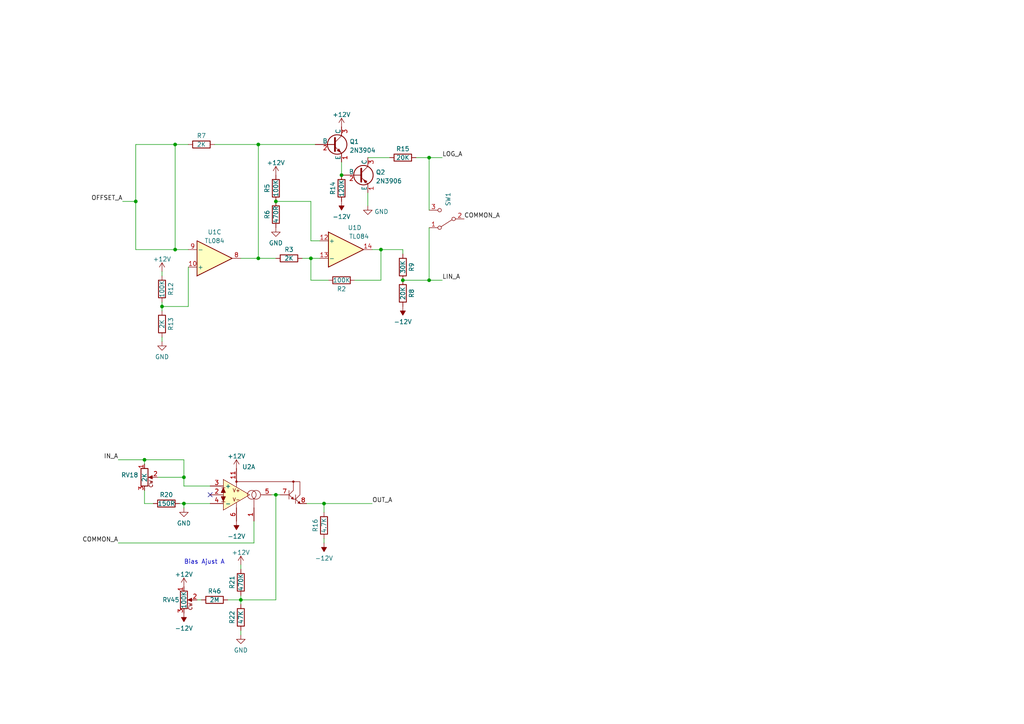
<source format=kicad_sch>
(kicad_sch (version 20211123) (generator eeschema)
  (paper "A4")
  (lib_symbols
    (symbol "Amplifier_Operational:TL084" (pin_names (offset 0.127))
      (property "Reference" "U" (at 0 5.08 0))
      (property "Value" "TL084" (at 0 -5.08 0))
      (symbol "TL084_1_1"
        (polyline (pts (xy -5.08 5.08) (xy 5.08 0) (xy -5.08 -5.08) (xy -5.08 5.08)) (stroke (width 0.254)) (fill (type background)))
        (pin output line (at 7.62 0 180) (length 2.54) (name "~") (number "1"))
        (pin input line (at -7.62 -2.54 0) (length 2.54) (name "-") (number "2"))
        (pin input line (at -7.62 2.54 0) (length 2.54) (name "+") (number "3"))
      )
      (symbol "TL084_2_1"
        (polyline (pts (xy -5.08 5.08) (xy 5.08 0) (xy -5.08 -5.08) (xy -5.08 5.08)) (stroke (width 0.254)) (fill (type background)))
        (pin input line (at -7.62 2.54 0) (length 2.54) (name "+") (number "5"))
        (pin input line (at -7.62 -2.54 0) (length 2.54) (name "-") (number "6"))
        (pin output line (at 7.62 0 180) (length 2.54) (name "~") (number "7"))
      )
      (symbol "TL084_3_1"
        (polyline (pts (xy -5.08 5.08) (xy 5.08 0) (xy -5.08 -5.08) (xy -5.08 5.08)) (stroke (width 0.254)) (fill (type background)))
        (pin input line (at -7.62 2.54 0) (length 2.54) (name "+") (number "10"))
        (pin output line (at 7.62 0 180) (length 2.54) (name "~") (number "8"))
        (pin input line (at -7.62 -2.54 0) (length 2.54) (name "-") (number "9"))
      )
      (symbol "TL084_4_1"
        (polyline (pts (xy -5.08 5.08) (xy 5.08 0) (xy -5.08 -5.08) (xy -5.08 5.08)) (stroke (width 0.254)) (fill (type background)))
        (pin input line (at -7.62 2.54 0) (length 2.54) (name "+") (number "12"))
        (pin input line (at -7.62 -2.54 0) (length 2.54) (name "-") (number "13"))
        (pin output line (at 7.62 0 180) (length 2.54) (name "~") (number "14"))
      )
      (symbol "TL084_5_1"
        (pin power_in line (at -2.54 -7.62 90) (length 3.81) (name "V-") (number "11"))
        (pin power_in line (at -2.54 7.62 270) (length 3.81) (name "V+") (number "4"))
      )
    )
    (symbol "Device:R" (pin_numbers hide) (pin_names (offset 0))
      (property "Reference" "R" (at 2.032 0 90))
      (property "Value" "R" (at 0 0 90))
      (symbol "R_0_1"
        (rectangle (start -1.016 -2.54) (end 1.016 2.54) (stroke (width 0.254)))
      )
      (symbol "R_1_1"
        (pin passive line (at 0 3.81 270) (length 1.27) (name "~") (number "1"))
        (pin passive line (at 0 -3.81 90) (length 1.27) (name "~") (number "2"))
      )
    )
    (symbol "Eurorack:Bourns_3296W_(Top_Adjust)" (pin_names (offset 1.016) hide)
      (property "Reference" "RV" (at -4.445 0 90))
      (property "Value" "Bourns_3296W_(Top_Adjust)" (at -2.54 0 90))
      (symbol "Bourns_3296W_(Top_Adjust)_0_0"
        (text "CW" (at 1.905 -1.905 900) (effects (font (size 1 1))))
      )
      (symbol "Bourns_3296W_(Top_Adjust)_0_1"
        (polyline (pts (xy 2.54 0) (xy 1.524 0)))
        (polyline (pts (xy 1.143 0) (xy 2.286 0.508) (xy 2.286 -0.508) (xy 1.143 0)) (fill (type outline)))
        (rectangle (start 1.016 2.54) (end -1.016 -2.54) (stroke (width 0.254)))
      )
      (symbol "Bourns_3296W_(Top_Adjust)_1_1"
        (pin passive line (at 0 3.81 270) (length 1.27) (name "1") (number "1"))
        (pin passive line (at 3.81 0 180) (length 1.27) (name "2") (number "2"))
        (pin passive line (at 0 -3.81 90) (length 1.27) (name "3") (number "3"))
      )
    )
    (symbol "OTA:NE5517"
      (property "Reference" "U" (at -2.54 7.62 0))
      (property "Value" "NE5517" (at 0 5.08 0))
      (symbol "NE5517_0_0"
        (circle (center -5.08 3.81) (radius 0.254) (fill (type outline)))
        (polyline (pts (xy -5.08 -3.81) (xy -5.08 -2.286)))
        (polyline (pts (xy -5.08 3.81) (xy -5.08 2.286)))
        (polyline (pts (xy 2.54 0) (xy 1.905 0)))
        (text "V+" (at -5.08 1.27 0) (effects (font (size 1.016 1.016))))
        (text "V-" (at -5.08 -1.397 0) (effects (font (size 1.016 1.016))))
      )
      (symbol "NE5517_0_1"
        (circle (center -0.635 0) (radius 1.27))
        (polyline (pts (xy -9.398 -2.032) (xy -8.382 -2.032)))
        (polyline (pts (xy -5.08 3.81) (xy 11.43 3.81)))
        (polyline (pts (xy 0 -3.81) (xy 0 -1.27)))
        (polyline (pts (xy 12.065 -1.27) (xy 13.335 -2.54)))
        (polyline (pts (xy 12.065 0) (xy 12.065 -2.54)))
        (polyline (pts (xy -9.398 2.032) (xy -8.763 2.032) (xy -8.382 2.032)))
        (polyline (pts (xy 10.16 0) (xy 11.43 -1.27) (xy 12.065 -1.27)))
        (polyline (pts (xy 10.16 1.27) (xy 10.16 0) (xy 10.16 -1.27)))
        (polyline (pts (xy 11.43 3.81) (xy 11.43 1.27) (xy 10.16 0)))
        (polyline (pts (xy -8.89 -1.905) (xy -9.525 -0.508) (xy -8.255 -0.508) (xy -8.89 -1.905)) (fill (type outline)))
        (polyline (pts (xy -8.89 2.032) (xy -9.525 0.635) (xy -8.255 0.635) (xy -8.89 2.032)) (fill (type outline)))
        (polyline (pts (xy -8.89 4.445) (xy -1.27 0) (xy -8.89 -4.445) (xy -8.89 4.445)) (stroke (width 0.1524)) (fill (type background)))
        (polyline (pts (xy 11.43 -1.27) (xy 10.795 -1.143) (xy 11.303 -0.635) (xy 11.43 -1.27)) (fill (type outline)))
        (polyline (pts (xy 12.065 -1.27) (xy 13.335 0) (xy 13.335 3.81) (xy 11.43 3.81)))
        (polyline (pts (xy 13.335 -2.54) (xy 12.7 -2.413) (xy 13.208 -1.905) (xy 13.335 -2.54)) (fill (type outline)))
        (circle (center 0.635 0) (radius 1.27))
        (circle (center 11.43 3.81) (radius 0.254) (fill (type outline)))
        (pin input line (at -5.08 7.62 270) (length 3.81) (name "~") (number "11"))
        (pin input line (at -5.08 -7.62 90) (length 3.81) (name "~") (number "6"))
      )
      (symbol "NE5517_1_1"
        (pin input line (at 0 -7.62 90) (length 3.81) (name "~") (number "1"))
        (pin input line (at -12.7 0 0) (length 3.81) (name "~") (number "2"))
        (pin input line (at -12.7 2.54 0) (length 3.81) (name "+") (number "3"))
        (pin input line (at -12.7 -2.54 0) (length 3.81) (name "-") (number "4"))
        (pin output line (at 5.08 0 180) (length 2.54) (name "~") (number "5"))
        (pin input line (at 7.62 0 0) (length 2.54) (name "~") (number "7"))
        (pin input line (at 15.24 -2.54 180) (length 1.905) (name "~") (number "8"))
      )
      (symbol "NE5517_2_1"
        (pin input line (at 7.62 0 0) (length 2.54) (name "~") (number "10"))
        (pin output line (at 5.08 0 180) (length 2.54) (name "~") (number "12"))
        (pin input line (at -12.7 -2.54 0) (length 3.81) (name "-") (number "13"))
        (pin input line (at -12.7 2.54 0) (length 3.81) (name "+") (number "14"))
        (pin input line (at -12.7 0 0) (length 3.81) (name "~") (number "15"))
        (pin input line (at 0 -7.62 90) (length 3.81) (name "~") (number "16"))
        (pin input line (at 15.24 -2.54 180) (length 1.905) (name "~") (number "9"))
      )
    )
    (symbol "Switch:SW_SPDT" (pin_names (offset 0) hide)
      (property "Reference" "SW" (at 0 4.318 0))
      (property "Value" "SW_SPDT" (at 0 -5.08 0))
      (symbol "SW_SPDT_0_0"
        (circle (center -2.032 0) (radius 0.508))
        (circle (center 2.032 -2.54) (radius 0.508))
      )
      (symbol "SW_SPDT_0_1"
        (polyline (pts (xy -1.524 0.254) (xy 1.651 2.286)))
        (circle (center 2.032 2.54) (radius 0.508))
      )
      (symbol "SW_SPDT_1_1"
        (pin passive line (at 5.08 2.54 180) (length 2.54) (name "A") (number "1"))
        (pin passive line (at -5.08 0 0) (length 2.54) (name "B") (number "2"))
        (pin passive line (at 5.08 -2.54 180) (length 2.54) (name "C") (number "3"))
      )
    )
    (symbol "Transistor_BJT:2N3904" (pin_names (offset 0))
      (property "Reference" "Q" (at 5.08 1.905 0))
      (property "Value" "2N3904" (at 5.08 0 0))
      (symbol "2N3904_0_1"
        (polyline (pts (xy 0.635 0.635) (xy 2.54 2.54)))
        (polyline (pts (xy 0.635 -0.635) (xy 2.54 -2.54) (xy 2.54 -2.54)))
        (polyline (pts (xy 0.635 1.905) (xy 0.635 -1.905) (xy 0.635 -1.905)) (stroke (width 0.508)))
        (polyline (pts (xy 1.27 -1.778) (xy 1.778 -1.27) (xy 2.286 -2.286) (xy 1.27 -1.778) (xy 1.27 -1.778)) (fill (type outline)))
        (circle (center 1.27 0) (radius 2.8194) (stroke (width 0.254)))
      )
      (symbol "2N3904_1_1"
        (pin passive line (at 2.54 -5.08 90) (length 2.54) (name "E") (number "1"))
        (pin passive line (at -5.08 0 0) (length 5.715) (name "B") (number "2"))
        (pin passive line (at 2.54 5.08 270) (length 2.54) (name "C") (number "3"))
      )
    )
    (symbol "Transistor_BJT:2N3906" (pin_names (offset 0))
      (property "Reference" "Q" (at 5.08 1.905 0))
      (property "Value" "2N3906" (at 5.08 0 0))
      (symbol "2N3906_0_1"
        (polyline (pts (xy 0.635 0.635) (xy 2.54 2.54)))
        (polyline (pts (xy 0.635 -0.635) (xy 2.54 -2.54) (xy 2.54 -2.54)))
        (polyline (pts (xy 0.635 1.905) (xy 0.635 -1.905) (xy 0.635 -1.905)) (stroke (width 0.508)))
        (polyline (pts (xy 2.286 -1.778) (xy 1.778 -2.286) (xy 1.27 -1.27) (xy 2.286 -1.778) (xy 2.286 -1.778)) (fill (type outline)))
        (circle (center 1.27 0) (radius 2.8194) (stroke (width 0.254)))
      )
      (symbol "2N3906_1_1"
        (pin passive line (at 2.54 -5.08 90) (length 2.54) (name "E") (number "1"))
        (pin input line (at -5.08 0 0) (length 5.715) (name "B") (number "2"))
        (pin passive line (at 2.54 5.08 270) (length 2.54) (name "C") (number "3"))
      )
    )
    (symbol "power:+12V" (power) (pin_names (offset 0))
      (property "Value" "+12V" (at 0 3.556 0))
      (symbol "+12V_0_1"
        (polyline (pts (xy -0.762 1.27) (xy 0 2.54)))
        (polyline (pts (xy 0 0) (xy 0 2.54)))
        (polyline (pts (xy 0 2.54) (xy 0.762 1.27)))
      )
      (symbol "+12V_1_1"
        (pin power_in line (at 0 0 90) (length 0) hide (name "+12V") (number "1"))
      )
    )
    (symbol "power:-12V" (power) (pin_names (offset 0))
      (property "Value" "-12V" (at 0 3.81 0))
      (symbol "-12V_0_0"
        (pin power_in line (at 0 0 90) (length 0) hide (name "-12V") (number "1"))
      )
      (symbol "-12V_0_1"
        (polyline (pts (xy 0 0) (xy 0 1.27) (xy 0.762 1.27) (xy 0 2.54) (xy -0.762 1.27) (xy 0 1.27)) (fill (type outline)))
      )
    )
    (symbol "power:GND" (power) (pin_names (offset 0))
      (property "Value" "GND" (at 0 -3.81 0))
      (symbol "GND_0_1"
        (polyline (pts (xy 0 0) (xy 0 -1.27) (xy 1.27 -1.27) (xy 0 -2.54) (xy -1.27 -1.27) (xy 0 -1.27)))
      )
      (symbol "GND_1_1"
        (pin power_in line (at 0 0 270) (length 0) hide (name "GND") (number "1"))
      )
    )
  )
  (junction (at 46.99 88.9))
  (junction (at 124.46 45.72))
  (junction (at 53.34 146.05))
  (junction (at 124.46 81.28))
  (junction (at 93.98 146.05))
  (junction (at 53.34 138.43))
  (junction (at 39.37 58.42))
  (junction (at 110.49 72.39))
  (junction (at 41.91 133.35))
  (junction (at 116.84 81.28))
  (junction (at 80.01 143.51))
  (junction (at 74.93 74.93))
  (junction (at 90.17 74.93))
  (junction (at 50.8 72.39))
  (junction (at 74.93 41.91))
  (junction (at 99.06 50.8))
  (junction (at 80.01 58.42))
  (junction (at 69.85 173.99))
  (junction (at 50.8 41.91))
  (no_connect (at 60.96 143.51))
  (wire (pts (xy 46.99 99.06) (xy 46.99 97.79)))
  (wire (pts (xy 106.68 59.69) (xy 106.68 55.88)))
  (wire (pts (xy 39.37 41.91) (xy 39.37 58.42)))
  (wire (pts (xy 110.49 72.39) (xy 116.84 72.39)))
  (wire (pts (xy 52.07 146.05) (xy 53.34 146.05)))
  (wire (pts (xy 93.98 148.59) (xy 93.98 146.05)))
  (wire (pts (xy 46.99 78.74) (xy 46.99 80.01)))
  (wire (pts (xy 110.49 81.28) (xy 110.49 72.39)))
  (wire (pts (xy 88.9 146.05) (xy 93.98 146.05)))
  (wire (pts (xy 102.87 81.28) (xy 110.49 81.28)))
  (wire (pts (xy 41.91 134.62) (xy 41.91 133.35)))
  (wire (pts (xy 39.37 58.42) (xy 39.37 72.39)))
  (wire (pts (xy 90.17 81.28) (xy 95.25 81.28)))
  (wire (pts (xy 41.91 133.35) (xy 53.34 133.35)))
  (wire (pts (xy 116.84 73.66) (xy 116.84 72.39)))
  (wire (pts (xy 39.37 72.39) (xy 50.8 72.39)))
  (wire (pts (xy 41.91 142.24) (xy 41.91 146.05)))
  (wire (pts (xy 66.04 173.99) (xy 69.85 173.99)))
  (wire (pts (xy 80.01 58.42) (xy 90.17 58.42)))
  (wire (pts (xy 124.46 81.28) (xy 116.84 81.28)))
  (wire (pts (xy 69.85 163.83) (xy 69.85 165.1)))
  (wire (pts (xy 124.46 45.72) (xy 128.27 45.72)))
  (wire (pts (xy 93.98 146.05) (xy 107.95 146.05)))
  (wire (pts (xy 80.01 143.51) (xy 81.28 143.51)))
  (wire (pts (xy 53.34 146.05) (xy 60.96 146.05)))
  (wire (pts (xy 53.34 140.97) (xy 53.34 138.43)))
  (wire (pts (xy 46.99 87.63) (xy 46.99 88.9)))
  (wire (pts (xy 120.65 45.72) (xy 124.46 45.72)))
  (wire (pts (xy 44.45 146.05) (xy 41.91 146.05)))
  (wire (pts (xy 34.29 157.48) (xy 73.66 157.48)))
  (wire (pts (xy 124.46 66.04) (xy 124.46 81.28)))
  (wire (pts (xy 90.17 74.93) (xy 92.71 74.93)))
  (wire (pts (xy 78.74 143.51) (xy 80.01 143.51)))
  (wire (pts (xy 99.06 46.99) (xy 99.06 50.8)))
  (wire (pts (xy 60.96 140.97) (xy 53.34 140.97)))
  (wire (pts (xy 53.34 138.43) (xy 53.34 133.35)))
  (wire (pts (xy 74.93 74.93) (xy 80.01 74.93)))
  (wire (pts (xy 90.17 74.93) (xy 90.17 81.28)))
  (wire (pts (xy 34.29 133.35) (xy 41.91 133.35)))
  (wire (pts (xy 54.61 88.9) (xy 46.99 88.9)))
  (wire (pts (xy 50.8 41.91) (xy 54.61 41.91)))
  (wire (pts (xy 69.85 172.72) (xy 69.85 173.99)))
  (wire (pts (xy 35.56 58.42) (xy 39.37 58.42)))
  (wire (pts (xy 62.23 41.91) (xy 74.93 41.91)))
  (wire (pts (xy 50.8 72.39) (xy 54.61 72.39)))
  (wire (pts (xy 87.63 74.93) (xy 90.17 74.93)))
  (wire (pts (xy 80.01 143.51) (xy 80.01 173.99)))
  (wire (pts (xy 74.93 41.91) (xy 91.44 41.91)))
  (wire (pts (xy 113.03 45.72) (xy 106.68 45.72)))
  (wire (pts (xy 74.93 41.91) (xy 74.93 74.93)))
  (wire (pts (xy 124.46 45.72) (xy 124.46 60.96)))
  (wire (pts (xy 39.37 41.91) (xy 50.8 41.91)))
  (wire (pts (xy 90.17 69.85) (xy 92.71 69.85)))
  (wire (pts (xy 69.85 173.99) (xy 69.85 175.26)))
  (wire (pts (xy 57.15 173.99) (xy 58.42 173.99)))
  (wire (pts (xy 128.27 81.28) (xy 124.46 81.28)))
  (wire (pts (xy 46.99 88.9) (xy 46.99 90.17)))
  (wire (pts (xy 73.66 151.13) (xy 73.66 157.48)))
  (wire (pts (xy 45.72 138.43) (xy 53.34 138.43)))
  (wire (pts (xy 54.61 77.47) (xy 54.61 88.9)))
  (wire (pts (xy 90.17 58.42) (xy 90.17 69.85)))
  (wire (pts (xy 107.95 72.39) (xy 110.49 72.39)))
  (wire (pts (xy 93.98 156.21) (xy 93.98 157.48)))
  (wire (pts (xy 50.8 41.91) (xy 50.8 72.39)))
  (wire (pts (xy 53.34 147.32) (xy 53.34 146.05)))
  (wire (pts (xy 69.85 182.88) (xy 69.85 184.15)))
  (wire (pts (xy 69.85 173.99) (xy 80.01 173.99)))
  (wire (pts (xy 69.85 74.93) (xy 74.93 74.93)))
  (text "Bias Ajust A" (at 53.34 163.83 0) (effects (font (size 1.27 1.27)) (justify left bottom)))
  (label "IN_A" (at 34.29 133.35 180))
  (label "LOG_A" (at 128.27 45.72 0))
  (label "LIN_A" (at 128.27 81.28 0))
  (label "OFFSET_A" (at 35.56 58.42 180))
  (label "COMMON_A" (at 134.62 63.5 0))
  (label "COMMON_A" (at 34.29 157.48 180))
  (label "OUT_A" (at 107.95 146.05 0))
  (symbol (lib_id "power:+12V") (at 80.01 50.8 0) (unit 1)
    (property "Reference" "#PWR0113" (effects hide))
    (property "Value" "+12V" (at 80.01 47.2242 0))
  )
  (symbol (lib_id "power:-12V") (at 99.06 58.42 180) (unit 1)
    (property "Reference" "#PWR0147" (effects hide))
    (property "Value" "-12V" (at 99.06 62.8634 0))
  )
  (symbol (lib_id "OTA:NE5517") (at 73.66 143.51 0) (unit 1)
    (property "Reference" "U2" (at 70.2311 135.416 0) (effects (justify left)))
  )
  (symbol (lib_id "Eurorack:Bourns_3296W_(Top_Adjust)") (at 53.34 173.99 0) (unit 1)
    (property "Reference" "RV45" (at 52.07 173.99 0) (effects (justify right)))
    (property "Value" "100K" (at 53.34 171.45 90) (effects (justify right)))
    (property "Footprint" "Potentiometer_THT:Potentiometer_Bourns_3296W_Vertical" (effects hide))
  )
  (symbol (lib_id "Amplifier_Operational:TL084") (at 100.33 72.39 0) (unit 4)
    (property "Reference" "U1" (at 102.87 66.04 0))
    (property "Value" "TL084" (at 104.14 68.58 0))
    (property "Datasheet" "http://www.ti.com/lit/ds/symlink/tl081.pdf" (effects hide))
  )
  (symbol (lib_id "Device:R") (at 46.99 83.82 0) (unit 1)
    (property "Reference" "R12" (at 49.53 83.82 90))
    (property "Value" "100K" (at 46.99 83.82 90))
  )
  (symbol (lib_id "Device:R") (at 99.06 54.61 180) (unit 1)
    (property "Reference" "R14" (at 96.52 54.61 90))
    (property "Value" "120K" (at 99.06 54.61 90))
  )
  (symbol (lib_id "power:GND") (at 53.34 147.32 0) (unit 1)
    (property "Reference" "#PWR0115" (effects hide))
    (property "Value" "GND" (at 53.34 151.7634 0))
  )
  (symbol (lib_id "Transistor_BJT:2N3904") (at 96.52 41.91 0) (unit 1)
    (property "Reference" "Q1" (at 101.3714 41.0753 0) (effects (justify left)))
    (property "Value" "2N3904" (at 101.3714 43.6122 0) (effects (justify left)))
    (property "Datasheet" "https://www.onsemi.com/pub/Collateral/2N3903-D.PDF" (effects hide))
  )
  (symbol (lib_id "power:GND") (at 80.01 66.04 0) (unit 1)
    (property "Reference" "#PWR0110" (effects hide))
    (property "Value" "GND" (at 80.01 70.4834 0))
  )
  (symbol (lib_id "Amplifier_Operational:TL084") (at 62.23 74.93 0) (mirror x) (unit 3)
    (property "Reference" "U1" (at 62.23 67.31 0))
    (property "Value" "TL084" (at 62.23 69.85 0))
    (property "Datasheet" "http://www.ti.com/lit/ds/symlink/tl081.pdf" (effects hide))
  )
  (symbol (lib_id "power:-12V") (at 116.84 88.9 180) (unit 1)
    (property "Reference" "#PWR0109" (effects hide))
    (property "Value" "-12V" (at 116.84 93.3434 0))
  )
  (symbol (lib_id "Device:R") (at 48.26 146.05 90) (unit 1)
    (property "Reference" "R20" (at 48.26 143.51 90))
    (property "Value" "150R" (at 48.26 146.05 90))
  )
  (symbol (lib_id "Device:R") (at 69.85 168.91 180) (unit 1)
    (property "Reference" "R21" (at 67.31 168.91 90))
    (property "Value" "470K" (at 69.85 168.91 90))
  )
  (symbol (lib_id "Device:R") (at 62.23 173.99 90) (unit 1)
    (property "Reference" "R46" (at 62.23 171.45 90))
    (property "Value" "2M" (at 62.23 173.99 90))
  )
  (symbol (lib_id "Device:R") (at 93.98 152.4 180) (unit 1)
    (property "Reference" "R16" (at 91.44 152.4 90))
    (property "Value" "4.7K" (at 93.98 152.4 90))
  )
  (symbol (lib_id "power:-12V") (at 93.98 157.48 180) (unit 1)
    (property "Reference" "#PWR0116" (effects hide))
    (property "Value" "-12V" (at 93.98 161.9234 0))
  )
  (symbol (lib_id "Device:R") (at 116.84 45.72 90) (unit 1)
    (property "Reference" "R15" (at 116.84 43.18 90))
    (property "Value" "20K" (at 116.84 45.72 90))
  )
  (symbol (lib_id "Device:R") (at 80.01 54.61 180) (unit 1)
    (property "Reference" "R5" (at 77.47 54.61 90))
    (property "Value" "100K" (at 80.01 54.61 90))
  )
  (symbol (lib_id "power:+12V") (at 99.06 36.83 0) (unit 1)
    (property "Reference" "#PWR0114" (effects hide))
    (property "Value" "+12V" (at 99.06 33.2542 0))
  )
  (symbol (lib_id "Device:R") (at 116.84 85.09 0) (unit 1)
    (property "Reference" "R8" (at 119.38 85.09 90))
    (property "Value" "20K" (at 116.84 85.09 90))
  )
  (symbol (lib_id "Device:R") (at 46.99 93.98 0) (unit 1)
    (property "Reference" "R13" (at 49.53 93.98 90))
    (property "Value" "2K" (at 46.99 93.98 90))
  )
  (symbol (lib_id "power:+12V") (at 68.58 135.89 0) (unit 1)
    (property "Reference" "#PWR?" (effects hide))
    (property "Value" "+12V" (at 68.58 132.3142 0))
  )
  (symbol (lib_id "power:GND") (at 106.68 59.69 0) (mirror y) (unit 1)
    (property "Reference" "#PWR0108" (effects hide))
    (property "Value" "GND" (at 108.585 61.3938 0) (effects (justify right)))
  )
  (symbol (lib_id "power:-12V") (at 68.58 151.13 180) (unit 1)
    (property "Reference" "#PWR?" (effects hide))
    (property "Value" "-12V" (at 68.58 155.5734 0))
  )
  (symbol (lib_id "power:GND") (at 46.99 99.06 0) (unit 1)
    (property "Reference" "#PWR0112" (effects hide))
    (property "Value" "GND" (at 46.99 103.5034 0))
  )
  (symbol (lib_id "Transistor_BJT:2N3906") (at 104.14 50.8 0) (unit 1)
    (property "Reference" "Q2" (at 108.9914 49.9653 0) (effects (justify left)))
    (property "Value" "2N3906" (at 108.9914 52.5022 0) (effects (justify left)))
    (property "Datasheet" "https://www.onsemi.com/pub/Collateral/2N3906-D.PDF" (effects hide))
  )
  (symbol (lib_id "power:+12V") (at 69.85 163.83 0) (unit 1)
    (property "Reference" "#PWR0122" (effects hide))
    (property "Value" "+12V" (at 69.85 160.2542 0))
  )
  (symbol (lib_id "power:+12V") (at 46.99 78.74 0) (unit 1)
    (property "Reference" "#PWR0111" (effects hide))
    (property "Value" "+12V" (at 46.99 75.1642 0))
  )
  (symbol (lib_id "Device:R") (at 83.82 74.93 90) (unit 1)
    (property "Reference" "R3" (at 83.82 72.39 90))
    (property "Value" "2K" (at 83.82 74.93 90))
  )
  (symbol (lib_id "Switch:SW_SPDT") (at 129.54 63.5 180) (unit 1)
    (property "Reference" "SW1" (at 129.9738 59.817 90) (effects (justify right)))
  )
  (symbol (lib_id "Device:R") (at 80.01 62.23 180) (unit 1)
    (property "Reference" "R6" (at 77.47 62.23 90))
    (property "Value" "470R" (at 80.01 62.23 90))
  )
  (symbol (lib_id "Device:R") (at 58.42 41.91 90) (unit 1)
    (property "Reference" "R7" (at 58.42 39.37 90))
    (property "Value" "2K" (at 58.42 41.91 90))
  )
  (symbol (lib_id "Device:R") (at 69.85 179.07 180) (unit 1)
    (property "Reference" "R22" (at 67.31 179.07 90))
    (property "Value" "47K" (at 69.85 179.07 90))
  )
  (symbol (lib_id "power:-12V") (at 53.34 177.8 180) (unit 1)
    (property "Reference" "#PWR0118" (effects hide))
    (property "Value" "-12V" (at 53.34 182.2434 0))
  )
  (symbol (lib_id "power:+12V") (at 53.34 170.18 0) (unit 1)
    (property "Reference" "#PWR0117" (effects hide))
    (property "Value" "+12V" (at 53.34 166.6042 0))
  )
  (symbol (lib_id "power:GND") (at 69.85 184.15 0) (unit 1)
    (property "Reference" "#PWR0125" (effects hide))
    (property "Value" "GND" (at 69.85 188.5934 0))
  )
  (symbol (lib_id "Eurorack:Bourns_3296W_(Top_Adjust)") (at 41.91 138.43 0) (unit 1)
    (property "Reference" "RV18" (at 40.1321 137.7812 0) (effects (justify right)))
    (property "Value" "2K" (at 41.91 137.16 90) (effects (justify right)))
  )
  (symbol (lib_id "Device:R") (at 116.84 77.47 0) (unit 1)
    (property "Reference" "R9" (at 119.38 77.47 90))
    (property "Value" "30K" (at 116.84 77.47 90))
  )
  (symbol (lib_id "Device:R") (at 99.06 81.28 270) (unit 1)
    (property "Reference" "R2" (at 99.06 83.82 90))
    (property "Value" "100K" (at 99.06 81.28 90))
  )
)
</source>
